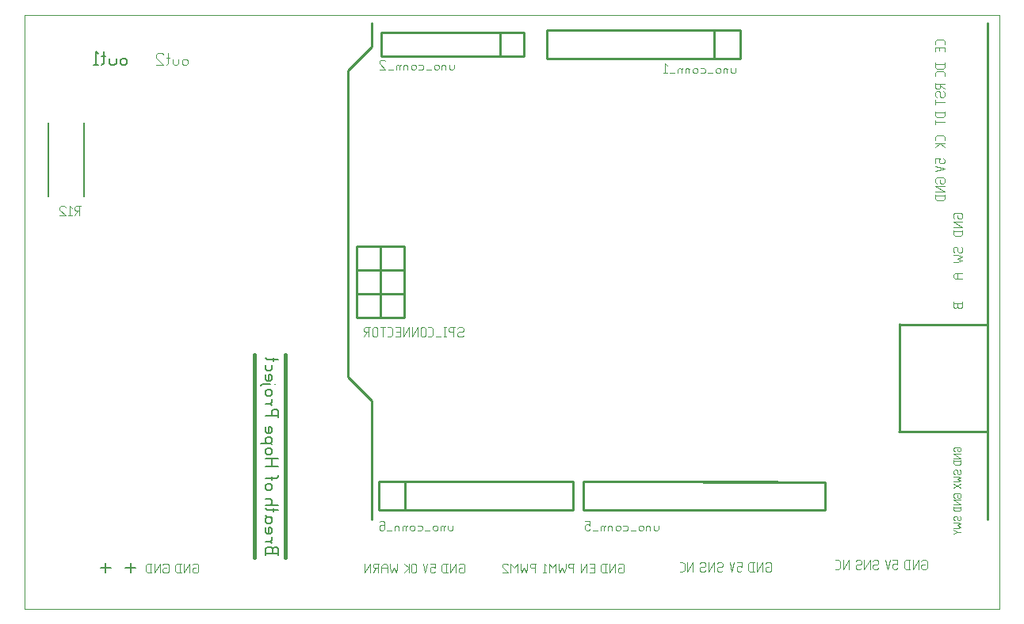
<source format=gbr>
G04 start of page 8 for group -4078 idx -4078 *
G04 Title: (unknown), bottomsilk *
G04 Creator: pcb 4.0.2 *
G04 CreationDate: Wed Apr  1 14:15:11 2020 UTC *
G04 For: shyam *
G04 Format: Gerber/RS-274X *
G04 PCB-Dimensions (mil): 4100.00 2500.00 *
G04 PCB-Coordinate-Origin: lower left *
%MOIN*%
%FSLAX25Y25*%
%LNBOTTOMSILK*%
%ADD135C,0.0040*%
%ADD134C,0.0080*%
%ADD133C,0.0066*%
%ADD132C,0.0053*%
%ADD131C,0.0083*%
%ADD130C,0.0057*%
%ADD129C,0.0048*%
%ADD128C,0.0038*%
%ADD127C,0.0160*%
%ADD126C,0.0100*%
%ADD125C,0.0030*%
G54D125*X0Y250000D02*X410000D01*
X0D02*Y0D01*
X410000Y250000D02*Y0D01*
X0D02*X410000D01*
G54D126*X146000Y87500D02*Y37500D01*
Y87500D02*X136000Y97500D01*
Y226500D02*X146000Y236500D01*
Y246500D02*Y236500D01*
X136000Y226500D02*Y97500D01*
X367914Y120000D02*Y75000D01*
X405000Y246500D02*Y37500D01*
X368000Y119500D02*X405000D01*
X367500Y74500D02*X404500D01*
G54D127*X96500Y107000D02*Y21500D01*
X109500Y107000D02*Y21500D01*
G54D128*X183060Y19030D02*X182575Y18545D01*
X183060Y19030D02*X184515D01*
X185000Y18545D02*X184515Y19030D01*
X185000Y15635D02*Y18545D01*
Y15635D02*X184515Y15150D01*
X183060D02*X184515D01*
X183060D02*X182575Y15635D01*
Y16605D01*
X183060Y17090D02*X182575Y16605D01*
X183060Y17090D02*X184030D01*
X181411Y15150D02*Y19030D01*
X178986Y15150D01*
Y19030D01*
X177337Y15150D02*Y19030D01*
X176076D02*X175397Y18351D01*
Y15829D02*Y18351D01*
X176076Y15150D02*X175397Y15829D01*
X176076Y15150D02*X177822D01*
X176076Y19030D02*X177822D01*
X170547D02*X172487D01*
Y17090D02*Y19030D01*
Y17090D02*X172002Y17575D01*
X171032D02*X172002D01*
X171032D02*X170547Y17090D01*
Y15635D02*Y17090D01*
X171032Y15150D02*X170547Y15635D01*
X171032Y15150D02*X172002D01*
X172487Y15635D02*X172002Y15150D01*
X169383Y19030D02*X168413Y15150D01*
X167443Y19030D01*
X164533Y15635D02*Y18545D01*
X164048Y19030D01*
X163078D02*X164048D01*
X163078D02*X162593Y18545D01*
Y15635D02*Y18545D01*
X163078Y15150D02*X162593Y15635D01*
X163078Y15150D02*X164048D01*
X164533Y15635D02*X164048Y15150D01*
X161429D02*Y19030D01*
Y17090D02*X159489Y19030D01*
X161429Y17090D02*X159489Y15150D01*
X156579Y17090D02*Y19030D01*
Y17090D02*X156094Y15150D01*
X155124Y17090D01*
X154154Y15150D01*
X153669Y17090D01*
Y19030D01*
X152505Y15150D02*Y18060D01*
X151826Y19030D01*
X150759D02*X151826D01*
X150759D02*X150080Y18060D01*
Y15150D02*Y18060D01*
Y17090D02*X152505D01*
X146976Y19030D02*X148916D01*
X146976D02*X146491Y18545D01*
Y17575D02*Y18545D01*
X146976Y17090D02*X146491Y17575D01*
X146976Y17090D02*X148431D01*
Y15150D02*Y19030D01*
X147655Y17090D02*X146491Y15150D01*
X145327D02*Y19030D01*
X142902Y15150D01*
Y19030D01*
X250060D02*X249575Y18545D01*
X250060Y19030D02*X251515D01*
X252000Y18545D02*X251515Y19030D01*
X252000Y15635D02*Y18545D01*
Y15635D02*X251515Y15150D01*
X250060D02*X251515D01*
X250060D02*X249575Y15635D01*
Y16605D01*
X250060Y17090D02*X249575Y16605D01*
X250060Y17090D02*X251030D01*
X248411Y15150D02*Y19030D01*
X245986Y15150D01*
Y19030D01*
X244337Y15150D02*Y19030D01*
X243076D02*X242397Y18351D01*
Y15829D02*Y18351D01*
X243076Y15150D02*X242397Y15829D01*
X243076Y15150D02*X244822D01*
X243076Y19030D02*X244822D01*
X238032Y17284D02*X239487D01*
X237547Y15150D02*X239487D01*
Y19030D01*
X237547D02*X239487D01*
X236383Y15150D02*Y19030D01*
X233958Y15150D01*
Y19030D01*
X230563Y15150D02*Y19030D01*
X229108D02*X231048D01*
X229108D02*X228623Y18545D01*
Y17575D02*Y18545D01*
X229108Y17090D02*X228623Y17575D01*
X229108Y17090D02*X230563D01*
X227459D02*Y19030D01*
Y17090D02*X226974Y15150D01*
X226004Y17090D01*
X225034Y15150D01*
X224549Y17090D01*
Y19030D01*
X223385Y15150D02*Y19030D01*
X221930Y17090D01*
X220475Y19030D01*
Y15150D02*Y19030D01*
X219311Y18254D02*X218535Y19030D01*
Y15150D02*Y19030D01*
X217856Y15150D02*X219311D01*
X214461D02*Y19030D01*
X213006D02*X214946D01*
X213006D02*X212521Y18545D01*
Y17575D02*Y18545D01*
X213006Y17090D02*X212521Y17575D01*
X213006Y17090D02*X214461D01*
X211357D02*Y19030D01*
Y17090D02*X210872Y15150D01*
X209902Y17090D01*
X208932Y15150D01*
X208447Y17090D01*
Y19030D01*
X207283Y15150D02*Y19030D01*
X205828Y17090D01*
X204373Y19030D01*
Y15150D02*Y19030D01*
X203209Y18545D02*X202724Y19030D01*
X201269D02*X202724D01*
X201269D02*X200784Y18545D01*
Y17575D02*Y18545D01*
X203209Y15150D02*X200784Y17575D01*
Y15150D02*X203209D01*
X312060Y19530D02*X311575Y19045D01*
X312060Y19530D02*X313515D01*
X314000Y19045D02*X313515Y19530D01*
X314000Y16135D02*Y19045D01*
Y16135D02*X313515Y15650D01*
X312060D02*X313515D01*
X312060D02*X311575Y16135D01*
Y17105D01*
X312060Y17590D02*X311575Y17105D01*
X312060Y17590D02*X313030D01*
X310411Y15650D02*Y19530D01*
X307986Y15650D01*
Y19530D01*
X306337Y15650D02*Y19530D01*
X305076D02*X304397Y18851D01*
Y16329D02*Y18851D01*
X305076Y15650D02*X304397Y16329D01*
X305076Y15650D02*X306822D01*
X305076Y19530D02*X306822D01*
X299547D02*X301487D01*
Y17590D02*Y19530D01*
Y17590D02*X301002Y18075D01*
X300032D02*X301002D01*
X300032D02*X299547Y17590D01*
Y16135D02*Y17590D01*
X300032Y15650D02*X299547Y16135D01*
X300032Y15650D02*X301002D01*
X301487Y16135D02*X301002Y15650D01*
X298383Y19530D02*X297413Y15650D01*
X296443Y19530D01*
X291593D02*X291108Y19045D01*
X291593Y19530D02*X293048D01*
X293533Y19045D02*X293048Y19530D01*
X293533Y18075D02*Y19045D01*
Y18075D02*X293048Y17590D01*
X291593D02*X293048D01*
X291593D02*X291108Y17105D01*
Y16135D02*Y17105D01*
X291593Y15650D02*X291108Y16135D01*
X291593Y15650D02*X293048D01*
X293533Y16135D02*X293048Y15650D01*
X289944D02*Y19530D01*
X287519Y15650D01*
Y19530D01*
X284415D02*X283930Y19045D01*
X284415Y19530D02*X285870D01*
X286355Y19045D02*X285870Y19530D01*
X286355Y18075D02*Y19045D01*
Y18075D02*X285870Y17590D01*
X284415D02*X285870D01*
X284415D02*X283930Y17105D01*
Y16135D02*Y17105D01*
X284415Y15650D02*X283930Y16135D01*
X284415Y15650D02*X285870D01*
X286355Y16135D02*X285870Y15650D01*
X281020D02*Y19530D01*
X278595Y15650D01*
Y19530D01*
X275491Y15650D02*X276752D01*
X277431Y16329D02*X276752Y15650D01*
X277431Y16329D02*Y18851D01*
X276752Y19530D01*
X275491D02*X276752D01*
X377560Y20530D02*X377075Y20045D01*
X377560Y20530D02*X379015D01*
X379500Y20045D02*X379015Y20530D01*
X379500Y17135D02*Y20045D01*
Y17135D02*X379015Y16650D01*
X377560D02*X379015D01*
X377560D02*X377075Y17135D01*
Y18105D01*
X377560Y18590D02*X377075Y18105D01*
X377560Y18590D02*X378530D01*
X375911Y16650D02*Y20530D01*
X373486Y16650D01*
Y20530D01*
X371837Y16650D02*Y20530D01*
X370576D02*X369897Y19851D01*
Y17329D02*Y19851D01*
X370576Y16650D02*X369897Y17329D01*
X370576Y16650D02*X372322D01*
X370576Y20530D02*X372322D01*
X365047D02*X366987D01*
Y18590D02*Y20530D01*
Y18590D02*X366502Y19075D01*
X365532D02*X366502D01*
X365532D02*X365047Y18590D01*
Y17135D02*Y18590D01*
X365532Y16650D02*X365047Y17135D01*
X365532Y16650D02*X366502D01*
X366987Y17135D02*X366502Y16650D01*
X363883Y20530D02*X362913Y16650D01*
X361943Y20530D01*
X357093D02*X356608Y20045D01*
X357093Y20530D02*X358548D01*
X359033Y20045D02*X358548Y20530D01*
X359033Y19075D02*Y20045D01*
Y19075D02*X358548Y18590D01*
X357093D02*X358548D01*
X357093D02*X356608Y18105D01*
Y17135D02*Y18105D01*
X357093Y16650D02*X356608Y17135D01*
X357093Y16650D02*X358548D01*
X359033Y17135D02*X358548Y16650D01*
X355444D02*Y20530D01*
X353019Y16650D01*
Y20530D01*
X349915D02*X349430Y20045D01*
X349915Y20530D02*X351370D01*
X351855Y20045D02*X351370Y20530D01*
X351855Y19075D02*Y20045D01*
Y19075D02*X351370Y18590D01*
X349915D02*X351370D01*
X349915D02*X349430Y18105D01*
Y17135D02*Y18105D01*
X349915Y16650D02*X349430Y17135D01*
X349915Y16650D02*X351370D01*
X351855Y17135D02*X351370Y16650D01*
X346520D02*Y20530D01*
X344095Y16650D01*
Y20530D01*
X340991Y16650D02*X342252D01*
X342931Y17329D02*X342252Y16650D01*
X342931Y17329D02*Y19851D01*
X342252Y20530D01*
X340991D02*X342252D01*
G54D129*X68500Y229600D02*Y230800D01*
X67900Y231400D01*
X66700D02*X67900D01*
X66700D02*X66100Y230800D01*
Y229600D02*Y230800D01*
X66700Y229000D02*X66100Y229600D01*
X66700Y229000D02*X67900D01*
X68500Y229600D02*X67900Y229000D01*
X64660Y229600D02*Y231400D01*
Y229600D02*X64060Y229000D01*
X62860D02*X64060D01*
X62860D02*X62260Y229600D01*
Y231400D01*
X60220Y229600D02*Y233800D01*
Y229600D02*X59620Y229000D01*
Y232000D02*X60820D01*
X58420Y233200D02*X57820Y233800D01*
X56020D02*X57820D01*
X56020D02*X55420Y233200D01*
Y232000D02*Y233200D01*
X58420Y229000D02*X55420Y232000D01*
Y229000D02*X58420D01*
G54D130*X43000Y229565D02*Y230995D01*
X42285Y231710D01*
X40855D02*X42285D01*
X40855D02*X40140Y230995D01*
Y229565D02*Y230995D01*
X40855Y228850D02*X40140Y229565D01*
X40855Y228850D02*X42285D01*
X43000Y229565D02*X42285Y228850D01*
X38424Y229565D02*Y231710D01*
Y229565D02*X37709Y228850D01*
X36279D02*X37709D01*
X36279D02*X35564Y229565D01*
Y231710D01*
X33133Y229565D02*Y234570D01*
Y229565D02*X32418Y228850D01*
Y232425D02*X33848D01*
X30988Y233426D02*X29844Y234570D01*
Y228850D02*Y234570D01*
X28843Y228850D02*X30988D01*
G54D125*X390740Y66520D02*X391110Y66150D01*
X390740Y66520D02*Y67630D01*
X391110Y68000D02*X390740Y67630D01*
X391110Y68000D02*X393330D01*
X393700Y67630D01*
Y66520D02*Y67630D01*
Y66520D02*X393330Y66150D01*
X392590D02*X393330D01*
X392220Y66520D02*X392590Y66150D01*
X392220Y66520D02*Y67260D01*
X390740Y65262D02*X393700D01*
X390740D02*X393700Y63412D01*
X390740D02*X393700D01*
X390740Y62154D02*X393700D01*
X390740Y61192D02*X391258Y60674D01*
X393182D01*
X393700Y61192D02*X393182Y60674D01*
X393700Y61192D02*Y62524D01*
X390740Y61192D02*Y62524D01*
Y56974D02*X391110Y56604D01*
X390740Y56974D02*Y58084D01*
X391110Y58454D02*X390740Y58084D01*
X391110Y58454D02*X391850D01*
X392220Y58084D01*
Y56974D02*Y58084D01*
Y56974D02*X392590Y56604D01*
X393330D01*
X393700Y56974D02*X393330Y56604D01*
X393700Y56974D02*Y58084D01*
X393330Y58454D02*X393700Y58084D01*
X390740Y55716D02*X392220D01*
X393700Y55346D01*
X392220Y54606D01*
X393700Y53866D01*
X392220Y53496D01*
X390740D02*X392220D01*
X393700Y52608D02*X390740Y50758D01*
Y52608D02*X393700Y50758D01*
X390740Y47058D02*X391110Y46688D01*
X390740Y47058D02*Y48168D01*
X391110Y48538D02*X390740Y48168D01*
X391110Y48538D02*X393330D01*
X393700Y48168D01*
Y47058D02*Y48168D01*
Y47058D02*X393330Y46688D01*
X392590D02*X393330D01*
X392220Y47058D02*X392590Y46688D01*
X392220Y47058D02*Y47798D01*
X390740Y45800D02*X393700D01*
X390740D02*X393700Y43950D01*
X390740D02*X393700D01*
X390740Y42692D02*X393700D01*
X390740Y41730D02*X391258Y41212D01*
X393182D01*
X393700Y41730D02*X393182Y41212D01*
X393700Y41730D02*Y43062D01*
X390740Y41730D02*Y43062D01*
Y37512D02*X391110Y37142D01*
X390740Y37512D02*Y38622D01*
X391110Y38992D02*X390740Y38622D01*
X391110Y38992D02*X391850D01*
X392220Y38622D01*
Y37512D02*Y38622D01*
Y37512D02*X392590Y37142D01*
X393330D01*
X393700Y37512D02*X393330Y37142D01*
X393700Y37512D02*Y38622D01*
X393330Y38992D02*X393700Y38622D01*
X390740Y36254D02*X392220D01*
X393700Y35884D01*
X392220Y35144D01*
X393700Y34404D01*
X392220Y34034D01*
X390740D02*X392220D01*
X390740Y33146D02*X392220Y32406D01*
X390740Y31666D01*
X392220Y32406D02*X393700D01*
G54D128*X390460Y164580D02*X390940Y164100D01*
X390460Y164580D02*Y166020D01*
X390940Y166500D02*X390460Y166020D01*
X390940Y166500D02*X393820D01*
X394300Y166020D01*
Y164580D02*Y166020D01*
Y164580D02*X393820Y164100D01*
X392860D02*X393820D01*
X392380Y164580D02*X392860Y164100D01*
X392380Y164580D02*Y165540D01*
X390460Y162948D02*X394300D01*
X390460D02*X394300Y160548D01*
X390460D02*X394300D01*
X390460Y158916D02*X394300D01*
X390460Y157668D02*X391132Y156996D01*
X393628D01*
X394300Y157668D02*X393628Y156996D01*
X394300Y157668D02*Y159396D01*
X390460Y157668D02*Y159396D01*
Y150468D02*X390940Y149988D01*
X390460Y150468D02*Y151908D01*
X390940Y152388D02*X390460Y151908D01*
X390940Y152388D02*X391900D01*
X392380Y151908D01*
Y150468D02*Y151908D01*
Y150468D02*X392860Y149988D01*
X393820D01*
X394300Y150468D02*X393820Y149988D01*
X394300Y150468D02*Y151908D01*
X393820Y152388D02*X394300Y151908D01*
X390460Y148836D02*X392380D01*
X394300Y148356D01*
X392380Y147396D01*
X394300Y146436D01*
X392380Y145956D01*
X390460D02*X392380D01*
X391420Y141348D02*X394300D01*
X391420D02*X390460Y140676D01*
Y139620D02*Y140676D01*
Y139620D02*X391420Y138948D01*
X394300D01*
X392380D02*Y141348D01*
X394300Y127236D02*Y129156D01*
Y127236D02*X393820Y126756D01*
X392668D02*X393820D01*
X392188Y127236D02*X392668Y126756D01*
X392188Y127236D02*Y128676D01*
X390460D02*X394300D01*
X390460Y127236D02*Y129156D01*
Y127236D02*X390940Y126756D01*
X391708D01*
X392188Y127236D02*X391708Y126756D01*
X386850Y237560D02*Y238821D01*
X386171Y239500D02*X386850Y238821D01*
X383649Y239500D02*X386171D01*
X383649D02*X382970Y238821D01*
Y237560D02*Y238821D01*
X384716Y234941D02*Y236396D01*
X386850Y234456D02*Y236396D01*
X382970D02*X386850D01*
X382970Y234456D02*Y236396D01*
Y229315D02*X386850D01*
X382970Y228054D02*X383649Y227375D01*
X386171D01*
X386850Y228054D02*X386171Y227375D01*
X386850Y228054D02*Y229800D01*
X382970Y228054D02*Y229800D01*
X386850Y224271D02*Y225532D01*
X386171Y226211D02*X386850Y225532D01*
X383649Y226211D02*X386171D01*
X383649D02*X382970Y225532D01*
Y224271D02*Y225532D01*
Y219421D02*Y221361D01*
Y219421D02*X383455Y218936D01*
X384425D01*
X384910Y219421D02*X384425Y218936D01*
X384910Y219421D02*Y220876D01*
X382970D02*X386850D01*
X384910Y220100D02*X386850Y218936D01*
X382970Y215832D02*X383455Y215347D01*
X382970Y215832D02*Y217287D01*
X383455Y217772D02*X382970Y217287D01*
X383455Y217772D02*X384425D01*
X384910Y217287D01*
Y215832D02*Y217287D01*
Y215832D02*X385395Y215347D01*
X386365D01*
X386850Y215832D02*X386365Y215347D01*
X386850Y215832D02*Y217287D01*
X386365Y217772D02*X386850Y217287D01*
X382970Y212243D02*Y214183D01*
Y213213D02*X386850D01*
X382970Y208848D02*X386850D01*
X382970Y207587D02*X383649Y206908D01*
X386171D01*
X386850Y207587D02*X386171Y206908D01*
X386850Y207587D02*Y209333D01*
X382970Y207587D02*Y209333D01*
Y203804D02*Y205744D01*
Y204774D02*X386850D01*
Y197208D02*Y198469D01*
X386171Y199148D02*X386850Y198469D01*
X383649Y199148D02*X386171D01*
X383649D02*X382970Y198469D01*
Y197208D02*Y198469D01*
Y196044D02*X386850D01*
X384910D02*X382970Y194104D01*
X384910Y196044D02*X386850Y194104D01*
X382970Y187508D02*Y189448D01*
X384910D01*
X384425Y188963D01*
Y187993D02*Y188963D01*
Y187993D02*X384910Y187508D01*
X386365D01*
X386850Y187993D02*X386365Y187508D01*
X386850Y187993D02*Y188963D01*
X386365Y189448D02*X386850Y188963D01*
X382970Y186344D02*X386850Y185374D01*
X382970Y184404D01*
Y179554D02*X383455Y179069D01*
X382970Y179554D02*Y181009D01*
X383455Y181494D02*X382970Y181009D01*
X383455Y181494D02*X386365D01*
X386850Y181009D01*
Y179554D02*Y181009D01*
Y179554D02*X386365Y179069D01*
X385395D02*X386365D01*
X384910Y179554D02*X385395Y179069D01*
X384910Y179554D02*Y180524D01*
X382970Y177905D02*X386850D01*
X382970D02*X386850Y175480D01*
X382970D02*X386850D01*
X382970Y173831D02*X386850D01*
X382970Y172570D02*X383649Y171891D01*
X386171D01*
X386850Y172570D02*X386171Y171891D01*
X386850Y172570D02*Y174316D01*
X382970Y172570D02*Y174316D01*
X71060Y19030D02*X70575Y18545D01*
X71060Y19030D02*X72515D01*
X73000Y18545D02*X72515Y19030D01*
X73000Y15635D02*Y18545D01*
Y15635D02*X72515Y15150D01*
X71060D02*X72515D01*
X71060D02*X70575Y15635D01*
Y16605D01*
X71060Y17090D02*X70575Y16605D01*
X71060Y17090D02*X72030D01*
X69411Y15150D02*Y19030D01*
X66986Y15150D01*
Y19030D01*
X65337Y15150D02*Y19030D01*
X64076D02*X63397Y18351D01*
Y15829D02*Y18351D01*
X64076Y15150D02*X63397Y15829D01*
X64076Y15150D02*X65822D01*
X64076Y19030D02*X65822D01*
X58547D02*X58062Y18545D01*
X58547Y19030D02*X60002D01*
X60487Y18545D02*X60002Y19030D01*
X60487Y15635D02*Y18545D01*
Y15635D02*X60002Y15150D01*
X58547D02*X60002D01*
X58547D02*X58062Y15635D01*
Y16605D01*
X58547Y17090D02*X58062Y16605D01*
X58547Y17090D02*X59517D01*
X56898Y15150D02*Y19030D01*
X54473Y15150D01*
Y19030D01*
X52824Y15150D02*Y19030D01*
X51563D02*X50884Y18351D01*
Y15829D02*Y18351D01*
X51563Y15150D02*X50884Y15829D01*
X51563Y15150D02*X53309D01*
X51563Y19030D02*X53309D01*
G54D131*X32000Y17240D02*X36160D01*
X34080Y15160D02*Y19320D01*
X42400Y17240D02*X46560D01*
X44480Y15160D02*Y19320D01*
G54D132*X101389Y22628D02*Y25268D01*
X102049Y25928D01*
X103633D01*
X104293Y25268D02*X103633Y25928D01*
X104293Y23288D02*Y25268D01*
X101389Y23288D02*X106669D01*
Y22628D02*Y25268D01*
X106009Y25928D01*
X104953D02*X106009D01*
X104293Y25268D02*X104953Y25928D01*
X101389Y28172D02*X103369D01*
X104029Y28832D01*
Y30152D01*
Y27512D02*X103369Y28172D01*
X101389Y32396D02*Y34376D01*
X102049Y31736D02*X101389Y32396D01*
X102049Y31736D02*X103369D01*
X104029Y32396D01*
Y33716D01*
X103369Y34376D01*
X102709Y31736D02*Y34376D01*
X103369D01*
X104029Y37940D02*X103369Y38600D01*
X104029Y36620D02*Y37940D01*
X103369Y35960D02*X104029Y36620D01*
X102049Y35960D02*X103369D01*
X102049D02*X101389Y36620D01*
X102049Y38600D02*X104029D01*
X102049D02*X101389Y39260D01*
Y36620D02*Y37940D01*
X102049Y38600D01*
Y41504D02*X106669D01*
X102049D02*X101389Y42164D01*
X104689Y40844D02*Y42164D01*
X101389Y43484D02*X106669D01*
X103369D02*X104029Y44144D01*
Y45464D01*
X103369Y46124D01*
X101389D02*X103369D01*
X102049Y50084D02*X103369D01*
X104029Y50744D01*
Y52064D01*
X103369Y52724D01*
X102049D02*X103369D01*
X101389Y52064D02*X102049Y52724D01*
X101389Y50744D02*Y52064D01*
X102049Y50084D02*X101389Y50744D01*
Y54968D02*X106009D01*
X106669Y55628D01*
Y56288D01*
X104029Y54308D02*Y55628D01*
X101389Y59984D02*X106669D01*
X101389Y63284D02*X106669D01*
X104029Y59984D02*Y63284D01*
X102049Y64868D02*X103369D01*
X104029Y65528D01*
Y66848D01*
X103369Y67508D01*
X102049D02*X103369D01*
X101389Y66848D02*X102049Y67508D01*
X101389Y65528D02*Y66848D01*
X102049Y64868D02*X101389Y65528D01*
X99409Y69752D02*X103369D01*
X104029Y69092D02*X103369Y69752D01*
X104029Y70412D01*
Y71732D01*
X103369Y72392D01*
X102049D02*X103369D01*
X101389Y71732D02*X102049Y72392D01*
X101389Y70412D02*Y71732D01*
X102049Y69752D02*X101389Y70412D01*
Y74636D02*Y76616D01*
X102049Y73976D02*X101389Y74636D01*
X102049Y73976D02*X103369D01*
X104029Y74636D01*
Y75956D01*
X103369Y76616D01*
X102709Y73976D02*Y76616D01*
X103369D01*
X101389Y81236D02*X106669D01*
Y80576D02*Y83216D01*
X106009Y83876D01*
X104689D02*X106009D01*
X104029Y83216D02*X104689Y83876D01*
X104029Y81236D02*Y83216D01*
X101389Y86120D02*X103369D01*
X104029Y86780D01*
Y88100D01*
Y85460D02*X103369Y86120D01*
X102049Y89684D02*X103369D01*
X104029Y90344D01*
Y91664D01*
X103369Y92324D01*
X102049D02*X103369D01*
X101389Y91664D02*X102049Y92324D01*
X101389Y90344D02*Y91664D01*
X102049Y89684D02*X101389Y90344D01*
G54D133*X105217Y94568D02*X105349D01*
G54D132*X100069D02*X103369D01*
X99409Y93908D02*X100069Y94568D01*
X101389Y96548D02*Y98528D01*
X102049Y95888D02*X101389Y96548D01*
X102049Y95888D02*X103369D01*
X104029Y96548D01*
Y97868D01*
X103369Y98528D01*
X102709Y95888D02*Y98528D01*
X103369D01*
X104029Y100772D02*Y102752D01*
X103369Y100112D02*X104029Y100772D01*
X102049Y100112D02*X103369D01*
X102049D02*X101389Y100772D01*
Y102752D01*
X102049Y104996D02*X106669D01*
X102049D02*X101389Y105656D01*
X104689Y104336D02*Y105656D01*
G54D126*X235000Y53500D02*X316500D01*
X305095Y53405D02*X336591D01*
X235000Y41500D02*X316500D01*
X285095Y41594D02*X336591D01*
X235000Y53500D02*Y41500D01*
X285095Y53405D02*X316591D01*
X336591D02*Y41594D01*
X149000Y53500D02*X230500D01*
X160000D02*Y41500D01*
X149000D02*X230500D01*
Y53500D02*Y41500D01*
X149000Y53500D02*Y41500D01*
X219500Y231500D02*X301000D01*
X290000Y243500D02*Y231500D01*
X219500Y243500D02*X301000D01*
X219500D02*Y231500D01*
X301000Y243500D02*Y231500D01*
X150000Y232500D02*X210000D01*
X150000Y242500D02*Y232500D01*
Y242500D02*X210000D01*
Y232500D01*
X200000Y242500D02*Y232500D01*
Y242500D02*X210000D01*
X149500Y132500D02*X159500D01*
X139500Y142500D02*X159500D01*
X139500Y122500D02*X159500D01*
X139500Y132500D02*X159500D01*
X139500Y152500D02*X159500D01*
X149500Y142500D02*X159500D01*
Y152500D02*Y122500D01*
X139500Y152500D02*Y122500D01*
X149500Y152500D02*Y122500D01*
Y152500D02*X159500D01*
G54D134*X25000Y204500D02*Y173500D01*
X10000Y204500D02*Y173500D01*
G54D135*X299000Y226000D02*Y227500D01*
Y226000D02*X298500Y225500D01*
X297500D02*X298500D01*
X297500D02*X297000Y226000D01*
Y227500D01*
X295300Y225500D02*Y227000D01*
X294800Y227500D01*
X294300D02*X294800D01*
X294300D02*X293800Y227000D01*
Y225500D02*Y227000D01*
X295800Y227500D02*X295300Y227000D01*
X292600Y226000D02*Y227000D01*
X292100Y227500D01*
X291100D02*X292100D01*
X291100D02*X290600Y227000D01*
Y226000D02*Y227000D01*
X291100Y225500D02*X290600Y226000D01*
X291100Y225500D02*X292100D01*
X292600Y226000D02*X292100Y225500D01*
X287400D02*X289400D01*
X284200Y227500D02*X285700D01*
X286200Y227000D02*X285700Y227500D01*
X286200Y226000D02*Y227000D01*
Y226000D02*X285700Y225500D01*
X284200D02*X285700D01*
X283000Y226000D02*Y227000D01*
X282500Y227500D01*
X281500D02*X282500D01*
X281500D02*X281000Y227000D01*
Y226000D02*Y227000D01*
X281500Y225500D02*X281000Y226000D01*
X281500Y225500D02*X282500D01*
X283000Y226000D02*X282500Y225500D01*
X279300D02*Y227000D01*
X278800Y227500D01*
X278300D02*X278800D01*
X278300D02*X277800Y227000D01*
Y225500D02*Y227000D01*
X279800Y227500D02*X279300Y227000D01*
X276100Y225500D02*Y227000D01*
X275600Y227500D01*
X275100D02*X275600D01*
X275100D02*X274600Y227000D01*
Y225500D02*Y227000D01*
X276600Y227500D02*X276100Y227000D01*
X271400Y225500D02*X273400D01*
X270200Y228700D02*X269400Y229500D01*
Y225500D02*Y229500D01*
X268700Y225500D02*X270200D01*
X182500Y118500D02*X182000Y118000D01*
X182500Y118500D02*X184000D01*
X184500Y118000D02*X184000Y118500D01*
X184500Y117000D02*Y118000D01*
Y117000D02*X184000Y116500D01*
X182500D02*X184000D01*
X182500D02*X182000Y116000D01*
Y115000D02*Y116000D01*
X182500Y114500D02*X182000Y115000D01*
X182500Y114500D02*X184000D01*
X184500Y115000D02*X184000Y114500D01*
X180300D02*Y118500D01*
X178800D02*X180800D01*
X178800D02*X178300Y118000D01*
Y117000D02*Y118000D01*
X178800Y116500D02*X178300Y117000D01*
X178800Y116500D02*X180300D01*
X176100Y118500D02*X177100D01*
X176600Y114500D02*Y118500D01*
X176100Y114500D02*X177100D01*
X172900D02*X174900D01*
X169700D02*X171000D01*
X171700Y115200D02*X171000Y114500D01*
X171700Y115200D02*Y117800D01*
X171000Y118500D01*
X169700D02*X171000D01*
X168500Y115000D02*Y118000D01*
X168000Y118500D01*
X167000D02*X168000D01*
X167000D02*X166500Y118000D01*
Y115000D02*Y118000D01*
X167000Y114500D02*X166500Y115000D01*
X167000Y114500D02*X168000D01*
X168500Y115000D02*X168000Y114500D01*
X165300D02*Y118500D01*
X162800Y114500D01*
Y118500D01*
X161600Y114500D02*Y118500D01*
X159100Y114500D01*
Y118500D01*
X156400Y116700D02*X157900D01*
X155900Y114500D02*X157900D01*
Y118500D01*
X155900D02*X157900D01*
X152700Y114500D02*X154000D01*
X154700Y115200D02*X154000Y114500D01*
X154700Y115200D02*Y117800D01*
X154000Y118500D01*
X152700D02*X154000D01*
X149500D02*X151500D01*
X150500Y114500D02*Y118500D01*
X148300Y115000D02*Y118000D01*
X147800Y118500D01*
X146800D02*X147800D01*
X146800D02*X146300Y118000D01*
Y115000D02*Y118000D01*
X146800Y114500D02*X146300Y115000D01*
X146800Y114500D02*X147800D01*
X148300Y115000D02*X147800Y114500D01*
X143100Y118500D02*X145100D01*
X143100D02*X142600Y118000D01*
Y117000D02*Y118000D01*
X143100Y116500D02*X142600Y117000D01*
X143100Y116500D02*X144600D01*
Y114500D02*Y118500D01*
X143800Y116500D02*X142600Y114500D01*
X180500Y227500D02*Y229000D01*
Y227500D02*X180000Y227000D01*
X179000D02*X180000D01*
X179000D02*X178500Y227500D01*
Y229000D01*
X176800Y227000D02*Y228500D01*
X176300Y229000D01*
X175800D02*X176300D01*
X175800D02*X175300Y228500D01*
Y227000D02*Y228500D01*
X177300Y229000D02*X176800Y228500D01*
X174100Y227500D02*Y228500D01*
X173600Y229000D01*
X172600D02*X173600D01*
X172600D02*X172100Y228500D01*
Y227500D02*Y228500D01*
X172600Y227000D02*X172100Y227500D01*
X172600Y227000D02*X173600D01*
X174100Y227500D02*X173600Y227000D01*
X168900D02*X170900D01*
X165700Y229000D02*X167200D01*
X167700Y228500D02*X167200Y229000D01*
X167700Y227500D02*Y228500D01*
Y227500D02*X167200Y227000D01*
X165700D02*X167200D01*
X164500Y227500D02*Y228500D01*
X164000Y229000D01*
X163000D02*X164000D01*
X163000D02*X162500Y228500D01*
Y227500D02*Y228500D01*
X163000Y227000D02*X162500Y227500D01*
X163000Y227000D02*X164000D01*
X164500Y227500D02*X164000Y227000D01*
X160800D02*Y228500D01*
X160300Y229000D01*
X159800D02*X160300D01*
X159800D02*X159300Y228500D01*
Y227000D02*Y228500D01*
X161300Y229000D02*X160800Y228500D01*
X157600Y227000D02*Y228500D01*
X157100Y229000D01*
X156600D02*X157100D01*
X156600D02*X156100Y228500D01*
Y227000D02*Y228500D01*
X158100Y229000D02*X157600Y228500D01*
X152900Y227000D02*X154900D01*
X151700Y230500D02*X151200Y231000D01*
X149700D02*X151200D01*
X149700D02*X149200Y230500D01*
Y229500D02*Y230500D01*
X151700Y227000D02*X149200Y229500D01*
Y227000D02*X151700D01*
X266500Y33500D02*Y35000D01*
Y33500D02*X266000Y33000D01*
X265000D02*X266000D01*
X265000D02*X264500Y33500D01*
Y35000D01*
X262800Y33000D02*Y34500D01*
X262300Y35000D01*
X261800D02*X262300D01*
X261800D02*X261300Y34500D01*
Y33000D02*Y34500D01*
X263300Y35000D02*X262800Y34500D01*
X260100Y33500D02*Y34500D01*
X259600Y35000D01*
X258600D02*X259600D01*
X258600D02*X258100Y34500D01*
Y33500D02*Y34500D01*
X258600Y33000D02*X258100Y33500D01*
X258600Y33000D02*X259600D01*
X260100Y33500D02*X259600Y33000D01*
X254900D02*X256900D01*
X251700Y35000D02*X253200D01*
X253700Y34500D02*X253200Y35000D01*
X253700Y33500D02*Y34500D01*
Y33500D02*X253200Y33000D01*
X251700D02*X253200D01*
X250500Y33500D02*Y34500D01*
X250000Y35000D01*
X249000D02*X250000D01*
X249000D02*X248500Y34500D01*
Y33500D02*Y34500D01*
X249000Y33000D02*X248500Y33500D01*
X249000Y33000D02*X250000D01*
X250500Y33500D02*X250000Y33000D01*
X246800D02*Y34500D01*
X246300Y35000D01*
X245800D02*X246300D01*
X245800D02*X245300Y34500D01*
Y33000D02*Y34500D01*
X247300Y35000D02*X246800Y34500D01*
X243600Y33000D02*Y34500D01*
X243100Y35000D01*
X242600D02*X243100D01*
X242600D02*X242100Y34500D01*
Y33000D02*Y34500D01*
X244100Y35000D02*X243600Y34500D01*
X238900Y33000D02*X240900D01*
X235700Y37000D02*X237700D01*
Y35000D02*Y37000D01*
Y35000D02*X237200Y35500D01*
X236200D02*X237200D01*
X236200D02*X235700Y35000D01*
Y33500D02*Y35000D01*
X236200Y33000D02*X235700Y33500D01*
X236200Y33000D02*X237200D01*
X237700Y33500D02*X237200Y33000D01*
X180000Y33500D02*Y35000D01*
Y33500D02*X179500Y33000D01*
X178500D02*X179500D01*
X178500D02*X178000Y33500D01*
Y35000D01*
X176300Y33000D02*Y34500D01*
X175800Y35000D01*
X175300D02*X175800D01*
X175300D02*X174800Y34500D01*
Y33000D02*Y34500D01*
X176800Y35000D02*X176300Y34500D01*
X173600Y33500D02*Y34500D01*
X173100Y35000D01*
X172100D02*X173100D01*
X172100D02*X171600Y34500D01*
Y33500D02*Y34500D01*
X172100Y33000D02*X171600Y33500D01*
X172100Y33000D02*X173100D01*
X173600Y33500D02*X173100Y33000D01*
X168400D02*X170400D01*
X165200Y35000D02*X166700D01*
X167200Y34500D02*X166700Y35000D01*
X167200Y33500D02*Y34500D01*
Y33500D02*X166700Y33000D01*
X165200D02*X166700D01*
X164000Y33500D02*Y34500D01*
X163500Y35000D01*
X162500D02*X163500D01*
X162500D02*X162000Y34500D01*
Y33500D02*Y34500D01*
X162500Y33000D02*X162000Y33500D01*
X162500Y33000D02*X163500D01*
X164000Y33500D02*X163500Y33000D01*
X160300D02*Y34500D01*
X159800Y35000D01*
X159300D02*X159800D01*
X159300D02*X158800Y34500D01*
Y33000D02*Y34500D01*
X160800Y35000D02*X160300Y34500D01*
X157100Y33000D02*Y34500D01*
X156600Y35000D01*
X156100D02*X156600D01*
X156100D02*X155600Y34500D01*
Y33000D02*Y34500D01*
X157600Y35000D02*X157100Y34500D01*
X152400Y33000D02*X154400D01*
X149700Y37000D02*X149200Y36500D01*
X149700Y37000D02*X150700D01*
X151200Y36500D02*X150700Y37000D01*
X151200Y33500D02*Y36500D01*
Y33500D02*X150700Y33000D01*
X149700Y35200D02*X149200Y34700D01*
X149700Y35200D02*X151200D01*
X149700Y33000D02*X150700D01*
X149700D02*X149200Y33500D01*
Y34700D01*
X21543Y169500D02*X23543D01*
X21543D02*X21043Y169000D01*
Y168000D02*Y169000D01*
X21543Y167500D02*X21043Y168000D01*
X21543Y167500D02*X23043D01*
Y165500D02*Y169500D01*
X22243Y167500D02*X21043Y165500D01*
X19843Y168700D02*X19043Y169500D01*
Y165500D02*Y169500D01*
X18343Y165500D02*X19843D01*
X17143Y169000D02*X16643Y169500D01*
X15143D02*X16643D01*
X15143D02*X14643Y169000D01*
Y168000D02*Y169000D01*
X17143Y165500D02*X14643Y168000D01*
Y165500D02*X17143D01*
M02*

</source>
